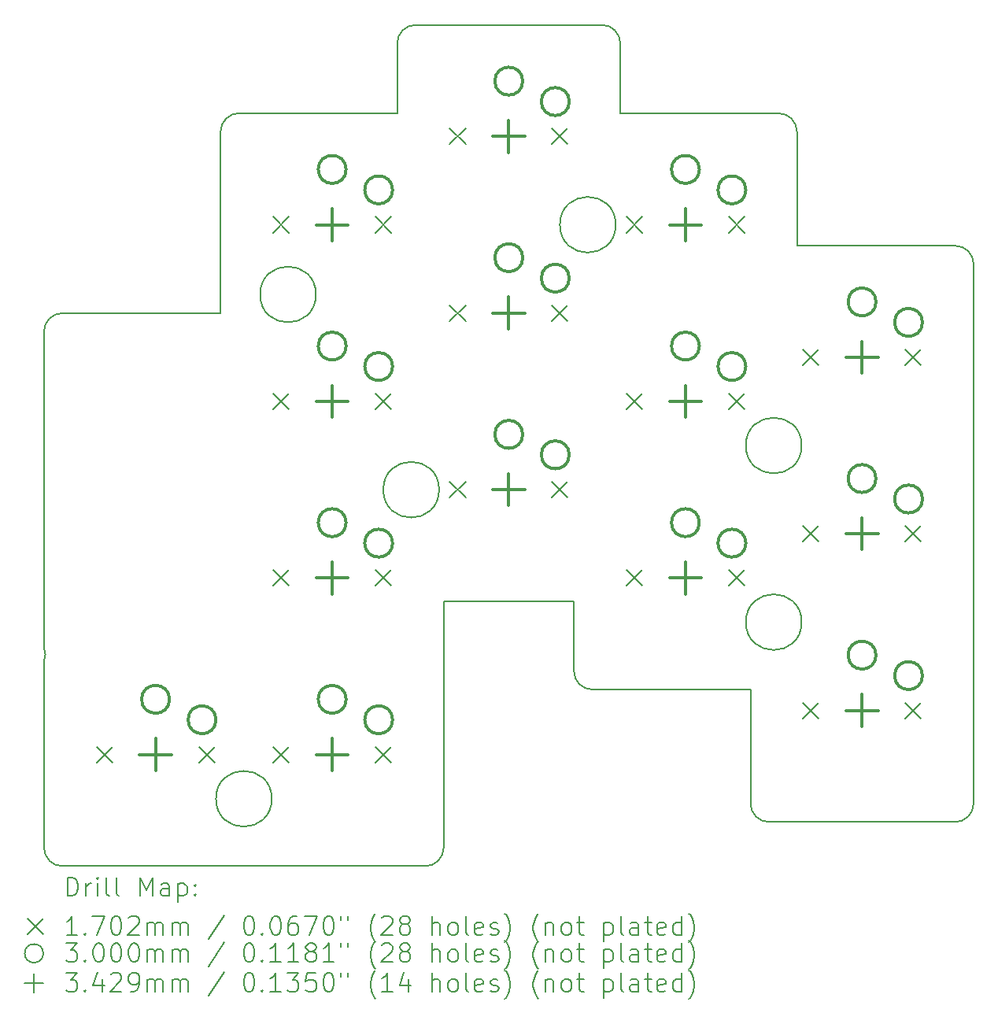
<source format=gbr>
%TF.GenerationSoftware,KiCad,Pcbnew,8.0.1*%
%TF.CreationDate,2024-11-14T23:02:23-08:00*%
%TF.ProjectId,roo_right_autorouted,726f6f5f-7269-4676-9874-5f6175746f72,0.1.0*%
%TF.SameCoordinates,Original*%
%TF.FileFunction,Drillmap*%
%TF.FilePolarity,Positive*%
%FSLAX45Y45*%
G04 Gerber Fmt 4.5, Leading zero omitted, Abs format (unit mm)*
G04 Created by KiCad (PCBNEW 8.0.1) date 2024-11-14 23:02:23*
%MOMM*%
%LPD*%
G01*
G04 APERTURE LIST*
%ADD10C,0.150000*%
%ADD11C,0.200000*%
%ADD12C,0.170180*%
%ADD13C,0.300000*%
%ADD14C,0.342900*%
G04 APERTURE END LIST*
D10*
X24058579Y-17658579D02*
X26058579Y-17658579D01*
X26258579Y-17458579D02*
G75*
G02*
X26058579Y-17658579I-200000J0D01*
G01*
X26258579Y-17458579D02*
X26258579Y-11658579D01*
X26058579Y-11458579D02*
G75*
G02*
X26258579Y-11658579I0J-200000D01*
G01*
X26058579Y-11458579D02*
X24358579Y-11458579D01*
X24358579Y-11458579D02*
X24358579Y-10233579D01*
X24158579Y-10033579D02*
G75*
G02*
X24358579Y-10233579I0J-200000D01*
G01*
X24158579Y-10033579D02*
X22458579Y-10033579D01*
X22458579Y-10033579D02*
X22458579Y-9283579D01*
X22258579Y-9083579D02*
G75*
G02*
X22458579Y-9283579I0J-200000D01*
G01*
X22258579Y-9083579D02*
X20258579Y-9083579D01*
X20058579Y-9283579D02*
G75*
G02*
X20258579Y-9083579I200000J0D01*
G01*
X20058579Y-9283579D02*
X20058579Y-10033579D01*
X20058579Y-10033579D02*
X18358579Y-10033579D01*
X18158579Y-10233579D02*
G75*
G02*
X18358579Y-10033579I200000J0D01*
G01*
X18158579Y-12183579D02*
X18158579Y-10233579D01*
X16258579Y-15933579D02*
G75*
G02*
X16273174Y-15858579I200002J0D01*
G01*
X16258579Y-15933579D02*
X16258579Y-17933579D01*
X16458579Y-18133579D02*
G75*
G02*
X16258579Y-17933579I0J200000D01*
G01*
X16458579Y-18133579D02*
X20358579Y-18133579D01*
X20558579Y-17933579D02*
G75*
G02*
X20358579Y-18133579I-200000J0D01*
G01*
X20558579Y-17933579D02*
X20558579Y-15283579D01*
X20558579Y-15283579D02*
X21958579Y-15283579D01*
X21958579Y-15283579D02*
X21958579Y-16033579D01*
X22158579Y-16233579D02*
G75*
G02*
X21958579Y-16033579I0J200000D01*
G01*
X22158579Y-16233579D02*
X23858579Y-16233579D01*
X23858579Y-16233579D02*
X23858579Y-17458579D01*
X24058579Y-17658579D02*
G75*
G02*
X23858579Y-17458579I0J200000D01*
G01*
X18158579Y-12183579D02*
X16458579Y-12183579D01*
X16258579Y-12383579D02*
G75*
G02*
X16458579Y-12183579I200000J0D01*
G01*
X16258579Y-12383579D02*
X16258579Y-15783579D01*
X16273174Y-15858579D02*
G75*
G02*
X16258579Y-15783579I185408J75001D01*
G01*
X24408579Y-15508579D02*
G75*
G02*
X23808579Y-15508579I-300000J0D01*
G01*
X23808579Y-15508579D02*
G75*
G02*
X24408579Y-15508579I300000J0D01*
G01*
X24408579Y-13608579D02*
G75*
G02*
X23808579Y-13608579I-300000J0D01*
G01*
X23808579Y-13608579D02*
G75*
G02*
X24408579Y-13608579I300000J0D01*
G01*
X20508579Y-14083579D02*
G75*
G02*
X19908579Y-14083579I-300000J0D01*
G01*
X19908579Y-14083579D02*
G75*
G02*
X20508579Y-14083579I300000J0D01*
G01*
X22408579Y-11233579D02*
G75*
G02*
X21808579Y-11233579I-300000J0D01*
G01*
X21808579Y-11233579D02*
G75*
G02*
X22408579Y-11233579I300000J0D01*
G01*
X18708579Y-17408579D02*
G75*
G02*
X18108579Y-17408579I-300000J0D01*
G01*
X18108579Y-17408579D02*
G75*
G02*
X18708579Y-17408579I300000J0D01*
G01*
X19183579Y-11983579D02*
G75*
G02*
X18583579Y-11983579I-300000J0D01*
G01*
X18583579Y-11983579D02*
G75*
G02*
X19183579Y-11983579I300000J0D01*
G01*
D11*
D12*
X16823490Y-16848490D02*
X16993670Y-17018670D01*
X16993670Y-16848490D02*
X16823490Y-17018670D01*
X17923490Y-16848490D02*
X18093670Y-17018670D01*
X18093670Y-16848490D02*
X17923490Y-17018670D01*
X18723490Y-11148490D02*
X18893670Y-11318670D01*
X18893670Y-11148490D02*
X18723490Y-11318670D01*
X18723490Y-13048490D02*
X18893670Y-13218670D01*
X18893670Y-13048490D02*
X18723490Y-13218670D01*
X18723490Y-14948490D02*
X18893670Y-15118670D01*
X18893670Y-14948490D02*
X18723490Y-15118670D01*
X18723490Y-16848490D02*
X18893670Y-17018670D01*
X18893670Y-16848490D02*
X18723490Y-17018670D01*
X19823490Y-11148490D02*
X19993670Y-11318670D01*
X19993670Y-11148490D02*
X19823490Y-11318670D01*
X19823490Y-13048490D02*
X19993670Y-13218670D01*
X19993670Y-13048490D02*
X19823490Y-13218670D01*
X19823490Y-14948490D02*
X19993670Y-15118670D01*
X19993670Y-14948490D02*
X19823490Y-15118670D01*
X19823490Y-16848490D02*
X19993670Y-17018670D01*
X19993670Y-16848490D02*
X19823490Y-17018670D01*
X20623490Y-10198490D02*
X20793670Y-10368670D01*
X20793670Y-10198490D02*
X20623490Y-10368670D01*
X20623490Y-12098490D02*
X20793670Y-12268670D01*
X20793670Y-12098490D02*
X20623490Y-12268670D01*
X20623490Y-13998490D02*
X20793670Y-14168670D01*
X20793670Y-13998490D02*
X20623490Y-14168670D01*
X21723490Y-10198490D02*
X21893670Y-10368670D01*
X21893670Y-10198490D02*
X21723490Y-10368670D01*
X21723490Y-12098490D02*
X21893670Y-12268670D01*
X21893670Y-12098490D02*
X21723490Y-12268670D01*
X21723490Y-13998490D02*
X21893670Y-14168670D01*
X21893670Y-13998490D02*
X21723490Y-14168670D01*
X22523490Y-11148490D02*
X22693670Y-11318670D01*
X22693670Y-11148490D02*
X22523490Y-11318670D01*
X22523490Y-13048490D02*
X22693670Y-13218670D01*
X22693670Y-13048490D02*
X22523490Y-13218670D01*
X22523490Y-14948490D02*
X22693670Y-15118670D01*
X22693670Y-14948490D02*
X22523490Y-15118670D01*
X23623490Y-11148490D02*
X23793670Y-11318670D01*
X23793670Y-11148490D02*
X23623490Y-11318670D01*
X23623490Y-13048490D02*
X23793670Y-13218670D01*
X23793670Y-13048490D02*
X23623490Y-13218670D01*
X23623490Y-14948490D02*
X23793670Y-15118670D01*
X23793670Y-14948490D02*
X23623490Y-15118670D01*
X24423490Y-12573490D02*
X24593670Y-12743670D01*
X24593670Y-12573490D02*
X24423490Y-12743670D01*
X24423490Y-14473490D02*
X24593670Y-14643670D01*
X24593670Y-14473490D02*
X24423490Y-14643670D01*
X24423490Y-16373490D02*
X24593670Y-16543670D01*
X24593670Y-16373490D02*
X24423490Y-16543670D01*
X25523490Y-12573490D02*
X25693670Y-12743670D01*
X25693670Y-12573490D02*
X25523490Y-12743670D01*
X25523490Y-14473490D02*
X25693670Y-14643670D01*
X25693670Y-14473490D02*
X25523490Y-14643670D01*
X25523490Y-16373490D02*
X25693670Y-16543670D01*
X25693670Y-16373490D02*
X25523490Y-16543670D01*
D13*
X17608580Y-16338580D02*
G75*
G02*
X17308580Y-16338580I-150000J0D01*
G01*
X17308580Y-16338580D02*
G75*
G02*
X17608580Y-16338580I150000J0D01*
G01*
X18108580Y-16558580D02*
G75*
G02*
X17808580Y-16558580I-150000J0D01*
G01*
X17808580Y-16558580D02*
G75*
G02*
X18108580Y-16558580I150000J0D01*
G01*
X19508580Y-10638580D02*
G75*
G02*
X19208580Y-10638580I-150000J0D01*
G01*
X19208580Y-10638580D02*
G75*
G02*
X19508580Y-10638580I150000J0D01*
G01*
X19508580Y-12538580D02*
G75*
G02*
X19208580Y-12538580I-150000J0D01*
G01*
X19208580Y-12538580D02*
G75*
G02*
X19508580Y-12538580I150000J0D01*
G01*
X19508580Y-14438580D02*
G75*
G02*
X19208580Y-14438580I-150000J0D01*
G01*
X19208580Y-14438580D02*
G75*
G02*
X19508580Y-14438580I150000J0D01*
G01*
X19508580Y-16338580D02*
G75*
G02*
X19208580Y-16338580I-150000J0D01*
G01*
X19208580Y-16338580D02*
G75*
G02*
X19508580Y-16338580I150000J0D01*
G01*
X20008580Y-10858580D02*
G75*
G02*
X19708580Y-10858580I-150000J0D01*
G01*
X19708580Y-10858580D02*
G75*
G02*
X20008580Y-10858580I150000J0D01*
G01*
X20008580Y-12758580D02*
G75*
G02*
X19708580Y-12758580I-150000J0D01*
G01*
X19708580Y-12758580D02*
G75*
G02*
X20008580Y-12758580I150000J0D01*
G01*
X20008580Y-14658580D02*
G75*
G02*
X19708580Y-14658580I-150000J0D01*
G01*
X19708580Y-14658580D02*
G75*
G02*
X20008580Y-14658580I150000J0D01*
G01*
X20008580Y-16558580D02*
G75*
G02*
X19708580Y-16558580I-150000J0D01*
G01*
X19708580Y-16558580D02*
G75*
G02*
X20008580Y-16558580I150000J0D01*
G01*
X21408580Y-9688580D02*
G75*
G02*
X21108580Y-9688580I-150000J0D01*
G01*
X21108580Y-9688580D02*
G75*
G02*
X21408580Y-9688580I150000J0D01*
G01*
X21408580Y-11588580D02*
G75*
G02*
X21108580Y-11588580I-150000J0D01*
G01*
X21108580Y-11588580D02*
G75*
G02*
X21408580Y-11588580I150000J0D01*
G01*
X21408580Y-13488580D02*
G75*
G02*
X21108580Y-13488580I-150000J0D01*
G01*
X21108580Y-13488580D02*
G75*
G02*
X21408580Y-13488580I150000J0D01*
G01*
X21908580Y-9908580D02*
G75*
G02*
X21608580Y-9908580I-150000J0D01*
G01*
X21608580Y-9908580D02*
G75*
G02*
X21908580Y-9908580I150000J0D01*
G01*
X21908580Y-11808580D02*
G75*
G02*
X21608580Y-11808580I-150000J0D01*
G01*
X21608580Y-11808580D02*
G75*
G02*
X21908580Y-11808580I150000J0D01*
G01*
X21908580Y-13708580D02*
G75*
G02*
X21608580Y-13708580I-150000J0D01*
G01*
X21608580Y-13708580D02*
G75*
G02*
X21908580Y-13708580I150000J0D01*
G01*
X23308580Y-10638580D02*
G75*
G02*
X23008580Y-10638580I-150000J0D01*
G01*
X23008580Y-10638580D02*
G75*
G02*
X23308580Y-10638580I150000J0D01*
G01*
X23308580Y-12538580D02*
G75*
G02*
X23008580Y-12538580I-150000J0D01*
G01*
X23008580Y-12538580D02*
G75*
G02*
X23308580Y-12538580I150000J0D01*
G01*
X23308580Y-14438580D02*
G75*
G02*
X23008580Y-14438580I-150000J0D01*
G01*
X23008580Y-14438580D02*
G75*
G02*
X23308580Y-14438580I150000J0D01*
G01*
X23808580Y-10858580D02*
G75*
G02*
X23508580Y-10858580I-150000J0D01*
G01*
X23508580Y-10858580D02*
G75*
G02*
X23808580Y-10858580I150000J0D01*
G01*
X23808580Y-12758580D02*
G75*
G02*
X23508580Y-12758580I-150000J0D01*
G01*
X23508580Y-12758580D02*
G75*
G02*
X23808580Y-12758580I150000J0D01*
G01*
X23808580Y-14658580D02*
G75*
G02*
X23508580Y-14658580I-150000J0D01*
G01*
X23508580Y-14658580D02*
G75*
G02*
X23808580Y-14658580I150000J0D01*
G01*
X25208580Y-12063580D02*
G75*
G02*
X24908580Y-12063580I-150000J0D01*
G01*
X24908580Y-12063580D02*
G75*
G02*
X25208580Y-12063580I150000J0D01*
G01*
X25208580Y-13963580D02*
G75*
G02*
X24908580Y-13963580I-150000J0D01*
G01*
X24908580Y-13963580D02*
G75*
G02*
X25208580Y-13963580I150000J0D01*
G01*
X25208580Y-15863580D02*
G75*
G02*
X24908580Y-15863580I-150000J0D01*
G01*
X24908580Y-15863580D02*
G75*
G02*
X25208580Y-15863580I150000J0D01*
G01*
X25708580Y-12283580D02*
G75*
G02*
X25408580Y-12283580I-150000J0D01*
G01*
X25408580Y-12283580D02*
G75*
G02*
X25708580Y-12283580I150000J0D01*
G01*
X25708580Y-14183580D02*
G75*
G02*
X25408580Y-14183580I-150000J0D01*
G01*
X25408580Y-14183580D02*
G75*
G02*
X25708580Y-14183580I150000J0D01*
G01*
X25708580Y-16083580D02*
G75*
G02*
X25408580Y-16083580I-150000J0D01*
G01*
X25408580Y-16083580D02*
G75*
G02*
X25708580Y-16083580I150000J0D01*
G01*
D14*
X17458580Y-16762130D02*
X17458580Y-17105030D01*
X17287130Y-16933580D02*
X17630030Y-16933580D01*
X19358580Y-11062130D02*
X19358580Y-11405030D01*
X19187130Y-11233580D02*
X19530030Y-11233580D01*
X19358580Y-12962130D02*
X19358580Y-13305030D01*
X19187130Y-13133580D02*
X19530030Y-13133580D01*
X19358580Y-14862130D02*
X19358580Y-15205030D01*
X19187130Y-15033580D02*
X19530030Y-15033580D01*
X19358580Y-16762130D02*
X19358580Y-17105030D01*
X19187130Y-16933580D02*
X19530030Y-16933580D01*
X21258580Y-10112130D02*
X21258580Y-10455030D01*
X21087130Y-10283580D02*
X21430030Y-10283580D01*
X21258580Y-12012130D02*
X21258580Y-12355030D01*
X21087130Y-12183580D02*
X21430030Y-12183580D01*
X21258580Y-13912130D02*
X21258580Y-14255030D01*
X21087130Y-14083580D02*
X21430030Y-14083580D01*
X23158580Y-11062130D02*
X23158580Y-11405030D01*
X22987130Y-11233580D02*
X23330030Y-11233580D01*
X23158580Y-12962130D02*
X23158580Y-13305030D01*
X22987130Y-13133580D02*
X23330030Y-13133580D01*
X23158580Y-14862130D02*
X23158580Y-15205030D01*
X22987130Y-15033580D02*
X23330030Y-15033580D01*
X25058580Y-12487130D02*
X25058580Y-12830030D01*
X24887130Y-12658580D02*
X25230030Y-12658580D01*
X25058580Y-14387130D02*
X25058580Y-14730030D01*
X24887130Y-14558580D02*
X25230030Y-14558580D01*
X25058580Y-16287130D02*
X25058580Y-16630030D01*
X24887130Y-16458580D02*
X25230030Y-16458580D01*
D11*
X16511855Y-18452562D02*
X16511855Y-18252562D01*
X16511855Y-18252562D02*
X16559474Y-18252562D01*
X16559474Y-18252562D02*
X16588046Y-18262086D01*
X16588046Y-18262086D02*
X16607093Y-18281134D01*
X16607093Y-18281134D02*
X16616617Y-18300181D01*
X16616617Y-18300181D02*
X16626141Y-18338277D01*
X16626141Y-18338277D02*
X16626141Y-18366848D01*
X16626141Y-18366848D02*
X16616617Y-18404943D01*
X16616617Y-18404943D02*
X16607093Y-18423991D01*
X16607093Y-18423991D02*
X16588046Y-18443039D01*
X16588046Y-18443039D02*
X16559474Y-18452562D01*
X16559474Y-18452562D02*
X16511855Y-18452562D01*
X16711855Y-18452562D02*
X16711855Y-18319229D01*
X16711855Y-18357324D02*
X16721379Y-18338277D01*
X16721379Y-18338277D02*
X16730903Y-18328753D01*
X16730903Y-18328753D02*
X16749951Y-18319229D01*
X16749951Y-18319229D02*
X16768998Y-18319229D01*
X16835665Y-18452562D02*
X16835665Y-18319229D01*
X16835665Y-18252562D02*
X16826141Y-18262086D01*
X16826141Y-18262086D02*
X16835665Y-18271610D01*
X16835665Y-18271610D02*
X16845189Y-18262086D01*
X16845189Y-18262086D02*
X16835665Y-18252562D01*
X16835665Y-18252562D02*
X16835665Y-18271610D01*
X16959474Y-18452562D02*
X16940427Y-18443039D01*
X16940427Y-18443039D02*
X16930903Y-18423991D01*
X16930903Y-18423991D02*
X16930903Y-18252562D01*
X17064236Y-18452562D02*
X17045189Y-18443039D01*
X17045189Y-18443039D02*
X17035665Y-18423991D01*
X17035665Y-18423991D02*
X17035665Y-18252562D01*
X17292808Y-18452562D02*
X17292808Y-18252562D01*
X17292808Y-18252562D02*
X17359475Y-18395420D01*
X17359475Y-18395420D02*
X17426141Y-18252562D01*
X17426141Y-18252562D02*
X17426141Y-18452562D01*
X17607094Y-18452562D02*
X17607094Y-18347801D01*
X17607094Y-18347801D02*
X17597570Y-18328753D01*
X17597570Y-18328753D02*
X17578522Y-18319229D01*
X17578522Y-18319229D02*
X17540427Y-18319229D01*
X17540427Y-18319229D02*
X17521379Y-18328753D01*
X17607094Y-18443039D02*
X17588046Y-18452562D01*
X17588046Y-18452562D02*
X17540427Y-18452562D01*
X17540427Y-18452562D02*
X17521379Y-18443039D01*
X17521379Y-18443039D02*
X17511855Y-18423991D01*
X17511855Y-18423991D02*
X17511855Y-18404943D01*
X17511855Y-18404943D02*
X17521379Y-18385896D01*
X17521379Y-18385896D02*
X17540427Y-18376372D01*
X17540427Y-18376372D02*
X17588046Y-18376372D01*
X17588046Y-18376372D02*
X17607094Y-18366848D01*
X17702332Y-18319229D02*
X17702332Y-18519229D01*
X17702332Y-18328753D02*
X17721379Y-18319229D01*
X17721379Y-18319229D02*
X17759475Y-18319229D01*
X17759475Y-18319229D02*
X17778522Y-18328753D01*
X17778522Y-18328753D02*
X17788046Y-18338277D01*
X17788046Y-18338277D02*
X17797570Y-18357324D01*
X17797570Y-18357324D02*
X17797570Y-18414467D01*
X17797570Y-18414467D02*
X17788046Y-18433515D01*
X17788046Y-18433515D02*
X17778522Y-18443039D01*
X17778522Y-18443039D02*
X17759475Y-18452562D01*
X17759475Y-18452562D02*
X17721379Y-18452562D01*
X17721379Y-18452562D02*
X17702332Y-18443039D01*
X17883284Y-18433515D02*
X17892808Y-18443039D01*
X17892808Y-18443039D02*
X17883284Y-18452562D01*
X17883284Y-18452562D02*
X17873760Y-18443039D01*
X17873760Y-18443039D02*
X17883284Y-18433515D01*
X17883284Y-18433515D02*
X17883284Y-18452562D01*
X17883284Y-18328753D02*
X17892808Y-18338277D01*
X17892808Y-18338277D02*
X17883284Y-18347801D01*
X17883284Y-18347801D02*
X17873760Y-18338277D01*
X17873760Y-18338277D02*
X17883284Y-18328753D01*
X17883284Y-18328753D02*
X17883284Y-18347801D01*
D12*
X16080899Y-18695989D02*
X16251079Y-18866169D01*
X16251079Y-18695989D02*
X16080899Y-18866169D01*
D11*
X16616617Y-18872562D02*
X16502332Y-18872562D01*
X16559474Y-18872562D02*
X16559474Y-18672562D01*
X16559474Y-18672562D02*
X16540427Y-18701134D01*
X16540427Y-18701134D02*
X16521379Y-18720181D01*
X16521379Y-18720181D02*
X16502332Y-18729705D01*
X16702332Y-18853515D02*
X16711855Y-18863039D01*
X16711855Y-18863039D02*
X16702332Y-18872562D01*
X16702332Y-18872562D02*
X16692808Y-18863039D01*
X16692808Y-18863039D02*
X16702332Y-18853515D01*
X16702332Y-18853515D02*
X16702332Y-18872562D01*
X16778522Y-18672562D02*
X16911855Y-18672562D01*
X16911855Y-18672562D02*
X16826141Y-18872562D01*
X17026141Y-18672562D02*
X17045189Y-18672562D01*
X17045189Y-18672562D02*
X17064236Y-18682086D01*
X17064236Y-18682086D02*
X17073760Y-18691610D01*
X17073760Y-18691610D02*
X17083284Y-18710658D01*
X17083284Y-18710658D02*
X17092808Y-18748753D01*
X17092808Y-18748753D02*
X17092808Y-18796372D01*
X17092808Y-18796372D02*
X17083284Y-18834467D01*
X17083284Y-18834467D02*
X17073760Y-18853515D01*
X17073760Y-18853515D02*
X17064236Y-18863039D01*
X17064236Y-18863039D02*
X17045189Y-18872562D01*
X17045189Y-18872562D02*
X17026141Y-18872562D01*
X17026141Y-18872562D02*
X17007094Y-18863039D01*
X17007094Y-18863039D02*
X16997570Y-18853515D01*
X16997570Y-18853515D02*
X16988046Y-18834467D01*
X16988046Y-18834467D02*
X16978522Y-18796372D01*
X16978522Y-18796372D02*
X16978522Y-18748753D01*
X16978522Y-18748753D02*
X16988046Y-18710658D01*
X16988046Y-18710658D02*
X16997570Y-18691610D01*
X16997570Y-18691610D02*
X17007094Y-18682086D01*
X17007094Y-18682086D02*
X17026141Y-18672562D01*
X17168998Y-18691610D02*
X17178522Y-18682086D01*
X17178522Y-18682086D02*
X17197570Y-18672562D01*
X17197570Y-18672562D02*
X17245189Y-18672562D01*
X17245189Y-18672562D02*
X17264236Y-18682086D01*
X17264236Y-18682086D02*
X17273760Y-18691610D01*
X17273760Y-18691610D02*
X17283284Y-18710658D01*
X17283284Y-18710658D02*
X17283284Y-18729705D01*
X17283284Y-18729705D02*
X17273760Y-18758277D01*
X17273760Y-18758277D02*
X17159475Y-18872562D01*
X17159475Y-18872562D02*
X17283284Y-18872562D01*
X17368998Y-18872562D02*
X17368998Y-18739229D01*
X17368998Y-18758277D02*
X17378522Y-18748753D01*
X17378522Y-18748753D02*
X17397570Y-18739229D01*
X17397570Y-18739229D02*
X17426141Y-18739229D01*
X17426141Y-18739229D02*
X17445189Y-18748753D01*
X17445189Y-18748753D02*
X17454713Y-18767801D01*
X17454713Y-18767801D02*
X17454713Y-18872562D01*
X17454713Y-18767801D02*
X17464236Y-18748753D01*
X17464236Y-18748753D02*
X17483284Y-18739229D01*
X17483284Y-18739229D02*
X17511855Y-18739229D01*
X17511855Y-18739229D02*
X17530903Y-18748753D01*
X17530903Y-18748753D02*
X17540427Y-18767801D01*
X17540427Y-18767801D02*
X17540427Y-18872562D01*
X17635665Y-18872562D02*
X17635665Y-18739229D01*
X17635665Y-18758277D02*
X17645189Y-18748753D01*
X17645189Y-18748753D02*
X17664236Y-18739229D01*
X17664236Y-18739229D02*
X17692808Y-18739229D01*
X17692808Y-18739229D02*
X17711856Y-18748753D01*
X17711856Y-18748753D02*
X17721379Y-18767801D01*
X17721379Y-18767801D02*
X17721379Y-18872562D01*
X17721379Y-18767801D02*
X17730903Y-18748753D01*
X17730903Y-18748753D02*
X17749951Y-18739229D01*
X17749951Y-18739229D02*
X17778522Y-18739229D01*
X17778522Y-18739229D02*
X17797570Y-18748753D01*
X17797570Y-18748753D02*
X17807094Y-18767801D01*
X17807094Y-18767801D02*
X17807094Y-18872562D01*
X18197570Y-18663039D02*
X18026141Y-18920181D01*
X18454713Y-18672562D02*
X18473760Y-18672562D01*
X18473760Y-18672562D02*
X18492808Y-18682086D01*
X18492808Y-18682086D02*
X18502332Y-18691610D01*
X18502332Y-18691610D02*
X18511856Y-18710658D01*
X18511856Y-18710658D02*
X18521379Y-18748753D01*
X18521379Y-18748753D02*
X18521379Y-18796372D01*
X18521379Y-18796372D02*
X18511856Y-18834467D01*
X18511856Y-18834467D02*
X18502332Y-18853515D01*
X18502332Y-18853515D02*
X18492808Y-18863039D01*
X18492808Y-18863039D02*
X18473760Y-18872562D01*
X18473760Y-18872562D02*
X18454713Y-18872562D01*
X18454713Y-18872562D02*
X18435665Y-18863039D01*
X18435665Y-18863039D02*
X18426141Y-18853515D01*
X18426141Y-18853515D02*
X18416618Y-18834467D01*
X18416618Y-18834467D02*
X18407094Y-18796372D01*
X18407094Y-18796372D02*
X18407094Y-18748753D01*
X18407094Y-18748753D02*
X18416618Y-18710658D01*
X18416618Y-18710658D02*
X18426141Y-18691610D01*
X18426141Y-18691610D02*
X18435665Y-18682086D01*
X18435665Y-18682086D02*
X18454713Y-18672562D01*
X18607094Y-18853515D02*
X18616618Y-18863039D01*
X18616618Y-18863039D02*
X18607094Y-18872562D01*
X18607094Y-18872562D02*
X18597570Y-18863039D01*
X18597570Y-18863039D02*
X18607094Y-18853515D01*
X18607094Y-18853515D02*
X18607094Y-18872562D01*
X18740427Y-18672562D02*
X18759475Y-18672562D01*
X18759475Y-18672562D02*
X18778522Y-18682086D01*
X18778522Y-18682086D02*
X18788046Y-18691610D01*
X18788046Y-18691610D02*
X18797570Y-18710658D01*
X18797570Y-18710658D02*
X18807094Y-18748753D01*
X18807094Y-18748753D02*
X18807094Y-18796372D01*
X18807094Y-18796372D02*
X18797570Y-18834467D01*
X18797570Y-18834467D02*
X18788046Y-18853515D01*
X18788046Y-18853515D02*
X18778522Y-18863039D01*
X18778522Y-18863039D02*
X18759475Y-18872562D01*
X18759475Y-18872562D02*
X18740427Y-18872562D01*
X18740427Y-18872562D02*
X18721379Y-18863039D01*
X18721379Y-18863039D02*
X18711856Y-18853515D01*
X18711856Y-18853515D02*
X18702332Y-18834467D01*
X18702332Y-18834467D02*
X18692808Y-18796372D01*
X18692808Y-18796372D02*
X18692808Y-18748753D01*
X18692808Y-18748753D02*
X18702332Y-18710658D01*
X18702332Y-18710658D02*
X18711856Y-18691610D01*
X18711856Y-18691610D02*
X18721379Y-18682086D01*
X18721379Y-18682086D02*
X18740427Y-18672562D01*
X18978522Y-18672562D02*
X18940427Y-18672562D01*
X18940427Y-18672562D02*
X18921379Y-18682086D01*
X18921379Y-18682086D02*
X18911856Y-18691610D01*
X18911856Y-18691610D02*
X18892808Y-18720181D01*
X18892808Y-18720181D02*
X18883284Y-18758277D01*
X18883284Y-18758277D02*
X18883284Y-18834467D01*
X18883284Y-18834467D02*
X18892808Y-18853515D01*
X18892808Y-18853515D02*
X18902332Y-18863039D01*
X18902332Y-18863039D02*
X18921379Y-18872562D01*
X18921379Y-18872562D02*
X18959475Y-18872562D01*
X18959475Y-18872562D02*
X18978522Y-18863039D01*
X18978522Y-18863039D02*
X18988046Y-18853515D01*
X18988046Y-18853515D02*
X18997570Y-18834467D01*
X18997570Y-18834467D02*
X18997570Y-18786848D01*
X18997570Y-18786848D02*
X18988046Y-18767801D01*
X18988046Y-18767801D02*
X18978522Y-18758277D01*
X18978522Y-18758277D02*
X18959475Y-18748753D01*
X18959475Y-18748753D02*
X18921379Y-18748753D01*
X18921379Y-18748753D02*
X18902332Y-18758277D01*
X18902332Y-18758277D02*
X18892808Y-18767801D01*
X18892808Y-18767801D02*
X18883284Y-18786848D01*
X19064237Y-18672562D02*
X19197570Y-18672562D01*
X19197570Y-18672562D02*
X19111856Y-18872562D01*
X19311856Y-18672562D02*
X19330903Y-18672562D01*
X19330903Y-18672562D02*
X19349951Y-18682086D01*
X19349951Y-18682086D02*
X19359475Y-18691610D01*
X19359475Y-18691610D02*
X19368999Y-18710658D01*
X19368999Y-18710658D02*
X19378522Y-18748753D01*
X19378522Y-18748753D02*
X19378522Y-18796372D01*
X19378522Y-18796372D02*
X19368999Y-18834467D01*
X19368999Y-18834467D02*
X19359475Y-18853515D01*
X19359475Y-18853515D02*
X19349951Y-18863039D01*
X19349951Y-18863039D02*
X19330903Y-18872562D01*
X19330903Y-18872562D02*
X19311856Y-18872562D01*
X19311856Y-18872562D02*
X19292808Y-18863039D01*
X19292808Y-18863039D02*
X19283284Y-18853515D01*
X19283284Y-18853515D02*
X19273760Y-18834467D01*
X19273760Y-18834467D02*
X19264237Y-18796372D01*
X19264237Y-18796372D02*
X19264237Y-18748753D01*
X19264237Y-18748753D02*
X19273760Y-18710658D01*
X19273760Y-18710658D02*
X19283284Y-18691610D01*
X19283284Y-18691610D02*
X19292808Y-18682086D01*
X19292808Y-18682086D02*
X19311856Y-18672562D01*
X19454713Y-18672562D02*
X19454713Y-18710658D01*
X19530903Y-18672562D02*
X19530903Y-18710658D01*
X19826142Y-18948753D02*
X19816618Y-18939229D01*
X19816618Y-18939229D02*
X19797570Y-18910658D01*
X19797570Y-18910658D02*
X19788046Y-18891610D01*
X19788046Y-18891610D02*
X19778522Y-18863039D01*
X19778522Y-18863039D02*
X19768999Y-18815420D01*
X19768999Y-18815420D02*
X19768999Y-18777324D01*
X19768999Y-18777324D02*
X19778522Y-18729705D01*
X19778522Y-18729705D02*
X19788046Y-18701134D01*
X19788046Y-18701134D02*
X19797570Y-18682086D01*
X19797570Y-18682086D02*
X19816618Y-18653515D01*
X19816618Y-18653515D02*
X19826142Y-18643991D01*
X19892808Y-18691610D02*
X19902332Y-18682086D01*
X19902332Y-18682086D02*
X19921380Y-18672562D01*
X19921380Y-18672562D02*
X19968999Y-18672562D01*
X19968999Y-18672562D02*
X19988046Y-18682086D01*
X19988046Y-18682086D02*
X19997570Y-18691610D01*
X19997570Y-18691610D02*
X20007094Y-18710658D01*
X20007094Y-18710658D02*
X20007094Y-18729705D01*
X20007094Y-18729705D02*
X19997570Y-18758277D01*
X19997570Y-18758277D02*
X19883284Y-18872562D01*
X19883284Y-18872562D02*
X20007094Y-18872562D01*
X20121380Y-18758277D02*
X20102332Y-18748753D01*
X20102332Y-18748753D02*
X20092808Y-18739229D01*
X20092808Y-18739229D02*
X20083284Y-18720181D01*
X20083284Y-18720181D02*
X20083284Y-18710658D01*
X20083284Y-18710658D02*
X20092808Y-18691610D01*
X20092808Y-18691610D02*
X20102332Y-18682086D01*
X20102332Y-18682086D02*
X20121380Y-18672562D01*
X20121380Y-18672562D02*
X20159475Y-18672562D01*
X20159475Y-18672562D02*
X20178522Y-18682086D01*
X20178522Y-18682086D02*
X20188046Y-18691610D01*
X20188046Y-18691610D02*
X20197570Y-18710658D01*
X20197570Y-18710658D02*
X20197570Y-18720181D01*
X20197570Y-18720181D02*
X20188046Y-18739229D01*
X20188046Y-18739229D02*
X20178522Y-18748753D01*
X20178522Y-18748753D02*
X20159475Y-18758277D01*
X20159475Y-18758277D02*
X20121380Y-18758277D01*
X20121380Y-18758277D02*
X20102332Y-18767801D01*
X20102332Y-18767801D02*
X20092808Y-18777324D01*
X20092808Y-18777324D02*
X20083284Y-18796372D01*
X20083284Y-18796372D02*
X20083284Y-18834467D01*
X20083284Y-18834467D02*
X20092808Y-18853515D01*
X20092808Y-18853515D02*
X20102332Y-18863039D01*
X20102332Y-18863039D02*
X20121380Y-18872562D01*
X20121380Y-18872562D02*
X20159475Y-18872562D01*
X20159475Y-18872562D02*
X20178522Y-18863039D01*
X20178522Y-18863039D02*
X20188046Y-18853515D01*
X20188046Y-18853515D02*
X20197570Y-18834467D01*
X20197570Y-18834467D02*
X20197570Y-18796372D01*
X20197570Y-18796372D02*
X20188046Y-18777324D01*
X20188046Y-18777324D02*
X20178522Y-18767801D01*
X20178522Y-18767801D02*
X20159475Y-18758277D01*
X20435665Y-18872562D02*
X20435665Y-18672562D01*
X20521380Y-18872562D02*
X20521380Y-18767801D01*
X20521380Y-18767801D02*
X20511856Y-18748753D01*
X20511856Y-18748753D02*
X20492808Y-18739229D01*
X20492808Y-18739229D02*
X20464237Y-18739229D01*
X20464237Y-18739229D02*
X20445189Y-18748753D01*
X20445189Y-18748753D02*
X20435665Y-18758277D01*
X20645189Y-18872562D02*
X20626142Y-18863039D01*
X20626142Y-18863039D02*
X20616618Y-18853515D01*
X20616618Y-18853515D02*
X20607094Y-18834467D01*
X20607094Y-18834467D02*
X20607094Y-18777324D01*
X20607094Y-18777324D02*
X20616618Y-18758277D01*
X20616618Y-18758277D02*
X20626142Y-18748753D01*
X20626142Y-18748753D02*
X20645189Y-18739229D01*
X20645189Y-18739229D02*
X20673761Y-18739229D01*
X20673761Y-18739229D02*
X20692808Y-18748753D01*
X20692808Y-18748753D02*
X20702332Y-18758277D01*
X20702332Y-18758277D02*
X20711856Y-18777324D01*
X20711856Y-18777324D02*
X20711856Y-18834467D01*
X20711856Y-18834467D02*
X20702332Y-18853515D01*
X20702332Y-18853515D02*
X20692808Y-18863039D01*
X20692808Y-18863039D02*
X20673761Y-18872562D01*
X20673761Y-18872562D02*
X20645189Y-18872562D01*
X20826142Y-18872562D02*
X20807094Y-18863039D01*
X20807094Y-18863039D02*
X20797570Y-18843991D01*
X20797570Y-18843991D02*
X20797570Y-18672562D01*
X20978523Y-18863039D02*
X20959475Y-18872562D01*
X20959475Y-18872562D02*
X20921380Y-18872562D01*
X20921380Y-18872562D02*
X20902332Y-18863039D01*
X20902332Y-18863039D02*
X20892808Y-18843991D01*
X20892808Y-18843991D02*
X20892808Y-18767801D01*
X20892808Y-18767801D02*
X20902332Y-18748753D01*
X20902332Y-18748753D02*
X20921380Y-18739229D01*
X20921380Y-18739229D02*
X20959475Y-18739229D01*
X20959475Y-18739229D02*
X20978523Y-18748753D01*
X20978523Y-18748753D02*
X20988046Y-18767801D01*
X20988046Y-18767801D02*
X20988046Y-18786848D01*
X20988046Y-18786848D02*
X20892808Y-18805896D01*
X21064237Y-18863039D02*
X21083284Y-18872562D01*
X21083284Y-18872562D02*
X21121380Y-18872562D01*
X21121380Y-18872562D02*
X21140427Y-18863039D01*
X21140427Y-18863039D02*
X21149951Y-18843991D01*
X21149951Y-18843991D02*
X21149951Y-18834467D01*
X21149951Y-18834467D02*
X21140427Y-18815420D01*
X21140427Y-18815420D02*
X21121380Y-18805896D01*
X21121380Y-18805896D02*
X21092808Y-18805896D01*
X21092808Y-18805896D02*
X21073761Y-18796372D01*
X21073761Y-18796372D02*
X21064237Y-18777324D01*
X21064237Y-18777324D02*
X21064237Y-18767801D01*
X21064237Y-18767801D02*
X21073761Y-18748753D01*
X21073761Y-18748753D02*
X21092808Y-18739229D01*
X21092808Y-18739229D02*
X21121380Y-18739229D01*
X21121380Y-18739229D02*
X21140427Y-18748753D01*
X21216618Y-18948753D02*
X21226142Y-18939229D01*
X21226142Y-18939229D02*
X21245189Y-18910658D01*
X21245189Y-18910658D02*
X21254713Y-18891610D01*
X21254713Y-18891610D02*
X21264237Y-18863039D01*
X21264237Y-18863039D02*
X21273761Y-18815420D01*
X21273761Y-18815420D02*
X21273761Y-18777324D01*
X21273761Y-18777324D02*
X21264237Y-18729705D01*
X21264237Y-18729705D02*
X21254713Y-18701134D01*
X21254713Y-18701134D02*
X21245189Y-18682086D01*
X21245189Y-18682086D02*
X21226142Y-18653515D01*
X21226142Y-18653515D02*
X21216618Y-18643991D01*
X21578523Y-18948753D02*
X21568999Y-18939229D01*
X21568999Y-18939229D02*
X21549951Y-18910658D01*
X21549951Y-18910658D02*
X21540427Y-18891610D01*
X21540427Y-18891610D02*
X21530904Y-18863039D01*
X21530904Y-18863039D02*
X21521380Y-18815420D01*
X21521380Y-18815420D02*
X21521380Y-18777324D01*
X21521380Y-18777324D02*
X21530904Y-18729705D01*
X21530904Y-18729705D02*
X21540427Y-18701134D01*
X21540427Y-18701134D02*
X21549951Y-18682086D01*
X21549951Y-18682086D02*
X21568999Y-18653515D01*
X21568999Y-18653515D02*
X21578523Y-18643991D01*
X21654713Y-18739229D02*
X21654713Y-18872562D01*
X21654713Y-18758277D02*
X21664237Y-18748753D01*
X21664237Y-18748753D02*
X21683284Y-18739229D01*
X21683284Y-18739229D02*
X21711856Y-18739229D01*
X21711856Y-18739229D02*
X21730904Y-18748753D01*
X21730904Y-18748753D02*
X21740427Y-18767801D01*
X21740427Y-18767801D02*
X21740427Y-18872562D01*
X21864237Y-18872562D02*
X21845189Y-18863039D01*
X21845189Y-18863039D02*
X21835665Y-18853515D01*
X21835665Y-18853515D02*
X21826142Y-18834467D01*
X21826142Y-18834467D02*
X21826142Y-18777324D01*
X21826142Y-18777324D02*
X21835665Y-18758277D01*
X21835665Y-18758277D02*
X21845189Y-18748753D01*
X21845189Y-18748753D02*
X21864237Y-18739229D01*
X21864237Y-18739229D02*
X21892808Y-18739229D01*
X21892808Y-18739229D02*
X21911856Y-18748753D01*
X21911856Y-18748753D02*
X21921380Y-18758277D01*
X21921380Y-18758277D02*
X21930904Y-18777324D01*
X21930904Y-18777324D02*
X21930904Y-18834467D01*
X21930904Y-18834467D02*
X21921380Y-18853515D01*
X21921380Y-18853515D02*
X21911856Y-18863039D01*
X21911856Y-18863039D02*
X21892808Y-18872562D01*
X21892808Y-18872562D02*
X21864237Y-18872562D01*
X21988046Y-18739229D02*
X22064237Y-18739229D01*
X22016618Y-18672562D02*
X22016618Y-18843991D01*
X22016618Y-18843991D02*
X22026142Y-18863039D01*
X22026142Y-18863039D02*
X22045189Y-18872562D01*
X22045189Y-18872562D02*
X22064237Y-18872562D01*
X22283285Y-18739229D02*
X22283285Y-18939229D01*
X22283285Y-18748753D02*
X22302332Y-18739229D01*
X22302332Y-18739229D02*
X22340427Y-18739229D01*
X22340427Y-18739229D02*
X22359475Y-18748753D01*
X22359475Y-18748753D02*
X22368999Y-18758277D01*
X22368999Y-18758277D02*
X22378523Y-18777324D01*
X22378523Y-18777324D02*
X22378523Y-18834467D01*
X22378523Y-18834467D02*
X22368999Y-18853515D01*
X22368999Y-18853515D02*
X22359475Y-18863039D01*
X22359475Y-18863039D02*
X22340427Y-18872562D01*
X22340427Y-18872562D02*
X22302332Y-18872562D01*
X22302332Y-18872562D02*
X22283285Y-18863039D01*
X22492808Y-18872562D02*
X22473761Y-18863039D01*
X22473761Y-18863039D02*
X22464237Y-18843991D01*
X22464237Y-18843991D02*
X22464237Y-18672562D01*
X22654713Y-18872562D02*
X22654713Y-18767801D01*
X22654713Y-18767801D02*
X22645189Y-18748753D01*
X22645189Y-18748753D02*
X22626142Y-18739229D01*
X22626142Y-18739229D02*
X22588046Y-18739229D01*
X22588046Y-18739229D02*
X22568999Y-18748753D01*
X22654713Y-18863039D02*
X22635665Y-18872562D01*
X22635665Y-18872562D02*
X22588046Y-18872562D01*
X22588046Y-18872562D02*
X22568999Y-18863039D01*
X22568999Y-18863039D02*
X22559475Y-18843991D01*
X22559475Y-18843991D02*
X22559475Y-18824943D01*
X22559475Y-18824943D02*
X22568999Y-18805896D01*
X22568999Y-18805896D02*
X22588046Y-18796372D01*
X22588046Y-18796372D02*
X22635665Y-18796372D01*
X22635665Y-18796372D02*
X22654713Y-18786848D01*
X22721380Y-18739229D02*
X22797570Y-18739229D01*
X22749951Y-18672562D02*
X22749951Y-18843991D01*
X22749951Y-18843991D02*
X22759475Y-18863039D01*
X22759475Y-18863039D02*
X22778523Y-18872562D01*
X22778523Y-18872562D02*
X22797570Y-18872562D01*
X22940427Y-18863039D02*
X22921380Y-18872562D01*
X22921380Y-18872562D02*
X22883284Y-18872562D01*
X22883284Y-18872562D02*
X22864237Y-18863039D01*
X22864237Y-18863039D02*
X22854713Y-18843991D01*
X22854713Y-18843991D02*
X22854713Y-18767801D01*
X22854713Y-18767801D02*
X22864237Y-18748753D01*
X22864237Y-18748753D02*
X22883284Y-18739229D01*
X22883284Y-18739229D02*
X22921380Y-18739229D01*
X22921380Y-18739229D02*
X22940427Y-18748753D01*
X22940427Y-18748753D02*
X22949951Y-18767801D01*
X22949951Y-18767801D02*
X22949951Y-18786848D01*
X22949951Y-18786848D02*
X22854713Y-18805896D01*
X23121380Y-18872562D02*
X23121380Y-18672562D01*
X23121380Y-18863039D02*
X23102332Y-18872562D01*
X23102332Y-18872562D02*
X23064237Y-18872562D01*
X23064237Y-18872562D02*
X23045189Y-18863039D01*
X23045189Y-18863039D02*
X23035665Y-18853515D01*
X23035665Y-18853515D02*
X23026142Y-18834467D01*
X23026142Y-18834467D02*
X23026142Y-18777324D01*
X23026142Y-18777324D02*
X23035665Y-18758277D01*
X23035665Y-18758277D02*
X23045189Y-18748753D01*
X23045189Y-18748753D02*
X23064237Y-18739229D01*
X23064237Y-18739229D02*
X23102332Y-18739229D01*
X23102332Y-18739229D02*
X23121380Y-18748753D01*
X23197570Y-18948753D02*
X23207094Y-18939229D01*
X23207094Y-18939229D02*
X23226142Y-18910658D01*
X23226142Y-18910658D02*
X23235665Y-18891610D01*
X23235665Y-18891610D02*
X23245189Y-18863039D01*
X23245189Y-18863039D02*
X23254713Y-18815420D01*
X23254713Y-18815420D02*
X23254713Y-18777324D01*
X23254713Y-18777324D02*
X23245189Y-18729705D01*
X23245189Y-18729705D02*
X23235665Y-18701134D01*
X23235665Y-18701134D02*
X23226142Y-18682086D01*
X23226142Y-18682086D02*
X23207094Y-18653515D01*
X23207094Y-18653515D02*
X23197570Y-18643991D01*
X16251079Y-19071259D02*
G75*
G02*
X16051079Y-19071259I-100000J0D01*
G01*
X16051079Y-19071259D02*
G75*
G02*
X16251079Y-19071259I100000J0D01*
G01*
X16492808Y-18962742D02*
X16616617Y-18962742D01*
X16616617Y-18962742D02*
X16549951Y-19038933D01*
X16549951Y-19038933D02*
X16578522Y-19038933D01*
X16578522Y-19038933D02*
X16597570Y-19048457D01*
X16597570Y-19048457D02*
X16607093Y-19057981D01*
X16607093Y-19057981D02*
X16616617Y-19077028D01*
X16616617Y-19077028D02*
X16616617Y-19124647D01*
X16616617Y-19124647D02*
X16607093Y-19143695D01*
X16607093Y-19143695D02*
X16597570Y-19153219D01*
X16597570Y-19153219D02*
X16578522Y-19162742D01*
X16578522Y-19162742D02*
X16521379Y-19162742D01*
X16521379Y-19162742D02*
X16502332Y-19153219D01*
X16502332Y-19153219D02*
X16492808Y-19143695D01*
X16702332Y-19143695D02*
X16711855Y-19153219D01*
X16711855Y-19153219D02*
X16702332Y-19162742D01*
X16702332Y-19162742D02*
X16692808Y-19153219D01*
X16692808Y-19153219D02*
X16702332Y-19143695D01*
X16702332Y-19143695D02*
X16702332Y-19162742D01*
X16835665Y-18962742D02*
X16854713Y-18962742D01*
X16854713Y-18962742D02*
X16873760Y-18972266D01*
X16873760Y-18972266D02*
X16883284Y-18981790D01*
X16883284Y-18981790D02*
X16892808Y-19000838D01*
X16892808Y-19000838D02*
X16902332Y-19038933D01*
X16902332Y-19038933D02*
X16902332Y-19086552D01*
X16902332Y-19086552D02*
X16892808Y-19124647D01*
X16892808Y-19124647D02*
X16883284Y-19143695D01*
X16883284Y-19143695D02*
X16873760Y-19153219D01*
X16873760Y-19153219D02*
X16854713Y-19162742D01*
X16854713Y-19162742D02*
X16835665Y-19162742D01*
X16835665Y-19162742D02*
X16816617Y-19153219D01*
X16816617Y-19153219D02*
X16807094Y-19143695D01*
X16807094Y-19143695D02*
X16797570Y-19124647D01*
X16797570Y-19124647D02*
X16788046Y-19086552D01*
X16788046Y-19086552D02*
X16788046Y-19038933D01*
X16788046Y-19038933D02*
X16797570Y-19000838D01*
X16797570Y-19000838D02*
X16807094Y-18981790D01*
X16807094Y-18981790D02*
X16816617Y-18972266D01*
X16816617Y-18972266D02*
X16835665Y-18962742D01*
X17026141Y-18962742D02*
X17045189Y-18962742D01*
X17045189Y-18962742D02*
X17064236Y-18972266D01*
X17064236Y-18972266D02*
X17073760Y-18981790D01*
X17073760Y-18981790D02*
X17083284Y-19000838D01*
X17083284Y-19000838D02*
X17092808Y-19038933D01*
X17092808Y-19038933D02*
X17092808Y-19086552D01*
X17092808Y-19086552D02*
X17083284Y-19124647D01*
X17083284Y-19124647D02*
X17073760Y-19143695D01*
X17073760Y-19143695D02*
X17064236Y-19153219D01*
X17064236Y-19153219D02*
X17045189Y-19162742D01*
X17045189Y-19162742D02*
X17026141Y-19162742D01*
X17026141Y-19162742D02*
X17007094Y-19153219D01*
X17007094Y-19153219D02*
X16997570Y-19143695D01*
X16997570Y-19143695D02*
X16988046Y-19124647D01*
X16988046Y-19124647D02*
X16978522Y-19086552D01*
X16978522Y-19086552D02*
X16978522Y-19038933D01*
X16978522Y-19038933D02*
X16988046Y-19000838D01*
X16988046Y-19000838D02*
X16997570Y-18981790D01*
X16997570Y-18981790D02*
X17007094Y-18972266D01*
X17007094Y-18972266D02*
X17026141Y-18962742D01*
X17216617Y-18962742D02*
X17235665Y-18962742D01*
X17235665Y-18962742D02*
X17254713Y-18972266D01*
X17254713Y-18972266D02*
X17264236Y-18981790D01*
X17264236Y-18981790D02*
X17273760Y-19000838D01*
X17273760Y-19000838D02*
X17283284Y-19038933D01*
X17283284Y-19038933D02*
X17283284Y-19086552D01*
X17283284Y-19086552D02*
X17273760Y-19124647D01*
X17273760Y-19124647D02*
X17264236Y-19143695D01*
X17264236Y-19143695D02*
X17254713Y-19153219D01*
X17254713Y-19153219D02*
X17235665Y-19162742D01*
X17235665Y-19162742D02*
X17216617Y-19162742D01*
X17216617Y-19162742D02*
X17197570Y-19153219D01*
X17197570Y-19153219D02*
X17188046Y-19143695D01*
X17188046Y-19143695D02*
X17178522Y-19124647D01*
X17178522Y-19124647D02*
X17168998Y-19086552D01*
X17168998Y-19086552D02*
X17168998Y-19038933D01*
X17168998Y-19038933D02*
X17178522Y-19000838D01*
X17178522Y-19000838D02*
X17188046Y-18981790D01*
X17188046Y-18981790D02*
X17197570Y-18972266D01*
X17197570Y-18972266D02*
X17216617Y-18962742D01*
X17368998Y-19162742D02*
X17368998Y-19029409D01*
X17368998Y-19048457D02*
X17378522Y-19038933D01*
X17378522Y-19038933D02*
X17397570Y-19029409D01*
X17397570Y-19029409D02*
X17426141Y-19029409D01*
X17426141Y-19029409D02*
X17445189Y-19038933D01*
X17445189Y-19038933D02*
X17454713Y-19057981D01*
X17454713Y-19057981D02*
X17454713Y-19162742D01*
X17454713Y-19057981D02*
X17464236Y-19038933D01*
X17464236Y-19038933D02*
X17483284Y-19029409D01*
X17483284Y-19029409D02*
X17511855Y-19029409D01*
X17511855Y-19029409D02*
X17530903Y-19038933D01*
X17530903Y-19038933D02*
X17540427Y-19057981D01*
X17540427Y-19057981D02*
X17540427Y-19162742D01*
X17635665Y-19162742D02*
X17635665Y-19029409D01*
X17635665Y-19048457D02*
X17645189Y-19038933D01*
X17645189Y-19038933D02*
X17664236Y-19029409D01*
X17664236Y-19029409D02*
X17692808Y-19029409D01*
X17692808Y-19029409D02*
X17711856Y-19038933D01*
X17711856Y-19038933D02*
X17721379Y-19057981D01*
X17721379Y-19057981D02*
X17721379Y-19162742D01*
X17721379Y-19057981D02*
X17730903Y-19038933D01*
X17730903Y-19038933D02*
X17749951Y-19029409D01*
X17749951Y-19029409D02*
X17778522Y-19029409D01*
X17778522Y-19029409D02*
X17797570Y-19038933D01*
X17797570Y-19038933D02*
X17807094Y-19057981D01*
X17807094Y-19057981D02*
X17807094Y-19162742D01*
X18197570Y-18953219D02*
X18026141Y-19210361D01*
X18454713Y-18962742D02*
X18473760Y-18962742D01*
X18473760Y-18962742D02*
X18492808Y-18972266D01*
X18492808Y-18972266D02*
X18502332Y-18981790D01*
X18502332Y-18981790D02*
X18511856Y-19000838D01*
X18511856Y-19000838D02*
X18521379Y-19038933D01*
X18521379Y-19038933D02*
X18521379Y-19086552D01*
X18521379Y-19086552D02*
X18511856Y-19124647D01*
X18511856Y-19124647D02*
X18502332Y-19143695D01*
X18502332Y-19143695D02*
X18492808Y-19153219D01*
X18492808Y-19153219D02*
X18473760Y-19162742D01*
X18473760Y-19162742D02*
X18454713Y-19162742D01*
X18454713Y-19162742D02*
X18435665Y-19153219D01*
X18435665Y-19153219D02*
X18426141Y-19143695D01*
X18426141Y-19143695D02*
X18416618Y-19124647D01*
X18416618Y-19124647D02*
X18407094Y-19086552D01*
X18407094Y-19086552D02*
X18407094Y-19038933D01*
X18407094Y-19038933D02*
X18416618Y-19000838D01*
X18416618Y-19000838D02*
X18426141Y-18981790D01*
X18426141Y-18981790D02*
X18435665Y-18972266D01*
X18435665Y-18972266D02*
X18454713Y-18962742D01*
X18607094Y-19143695D02*
X18616618Y-19153219D01*
X18616618Y-19153219D02*
X18607094Y-19162742D01*
X18607094Y-19162742D02*
X18597570Y-19153219D01*
X18597570Y-19153219D02*
X18607094Y-19143695D01*
X18607094Y-19143695D02*
X18607094Y-19162742D01*
X18807094Y-19162742D02*
X18692808Y-19162742D01*
X18749951Y-19162742D02*
X18749951Y-18962742D01*
X18749951Y-18962742D02*
X18730903Y-18991314D01*
X18730903Y-18991314D02*
X18711856Y-19010361D01*
X18711856Y-19010361D02*
X18692808Y-19019885D01*
X18997570Y-19162742D02*
X18883284Y-19162742D01*
X18940427Y-19162742D02*
X18940427Y-18962742D01*
X18940427Y-18962742D02*
X18921379Y-18991314D01*
X18921379Y-18991314D02*
X18902332Y-19010361D01*
X18902332Y-19010361D02*
X18883284Y-19019885D01*
X19111856Y-19048457D02*
X19092808Y-19038933D01*
X19092808Y-19038933D02*
X19083284Y-19029409D01*
X19083284Y-19029409D02*
X19073760Y-19010361D01*
X19073760Y-19010361D02*
X19073760Y-19000838D01*
X19073760Y-19000838D02*
X19083284Y-18981790D01*
X19083284Y-18981790D02*
X19092808Y-18972266D01*
X19092808Y-18972266D02*
X19111856Y-18962742D01*
X19111856Y-18962742D02*
X19149951Y-18962742D01*
X19149951Y-18962742D02*
X19168999Y-18972266D01*
X19168999Y-18972266D02*
X19178522Y-18981790D01*
X19178522Y-18981790D02*
X19188046Y-19000838D01*
X19188046Y-19000838D02*
X19188046Y-19010361D01*
X19188046Y-19010361D02*
X19178522Y-19029409D01*
X19178522Y-19029409D02*
X19168999Y-19038933D01*
X19168999Y-19038933D02*
X19149951Y-19048457D01*
X19149951Y-19048457D02*
X19111856Y-19048457D01*
X19111856Y-19048457D02*
X19092808Y-19057981D01*
X19092808Y-19057981D02*
X19083284Y-19067504D01*
X19083284Y-19067504D02*
X19073760Y-19086552D01*
X19073760Y-19086552D02*
X19073760Y-19124647D01*
X19073760Y-19124647D02*
X19083284Y-19143695D01*
X19083284Y-19143695D02*
X19092808Y-19153219D01*
X19092808Y-19153219D02*
X19111856Y-19162742D01*
X19111856Y-19162742D02*
X19149951Y-19162742D01*
X19149951Y-19162742D02*
X19168999Y-19153219D01*
X19168999Y-19153219D02*
X19178522Y-19143695D01*
X19178522Y-19143695D02*
X19188046Y-19124647D01*
X19188046Y-19124647D02*
X19188046Y-19086552D01*
X19188046Y-19086552D02*
X19178522Y-19067504D01*
X19178522Y-19067504D02*
X19168999Y-19057981D01*
X19168999Y-19057981D02*
X19149951Y-19048457D01*
X19378522Y-19162742D02*
X19264237Y-19162742D01*
X19321379Y-19162742D02*
X19321379Y-18962742D01*
X19321379Y-18962742D02*
X19302332Y-18991314D01*
X19302332Y-18991314D02*
X19283284Y-19010361D01*
X19283284Y-19010361D02*
X19264237Y-19019885D01*
X19454713Y-18962742D02*
X19454713Y-19000838D01*
X19530903Y-18962742D02*
X19530903Y-19000838D01*
X19826142Y-19238933D02*
X19816618Y-19229409D01*
X19816618Y-19229409D02*
X19797570Y-19200838D01*
X19797570Y-19200838D02*
X19788046Y-19181790D01*
X19788046Y-19181790D02*
X19778522Y-19153219D01*
X19778522Y-19153219D02*
X19768999Y-19105600D01*
X19768999Y-19105600D02*
X19768999Y-19067504D01*
X19768999Y-19067504D02*
X19778522Y-19019885D01*
X19778522Y-19019885D02*
X19788046Y-18991314D01*
X19788046Y-18991314D02*
X19797570Y-18972266D01*
X19797570Y-18972266D02*
X19816618Y-18943695D01*
X19816618Y-18943695D02*
X19826142Y-18934171D01*
X19892808Y-18981790D02*
X19902332Y-18972266D01*
X19902332Y-18972266D02*
X19921380Y-18962742D01*
X19921380Y-18962742D02*
X19968999Y-18962742D01*
X19968999Y-18962742D02*
X19988046Y-18972266D01*
X19988046Y-18972266D02*
X19997570Y-18981790D01*
X19997570Y-18981790D02*
X20007094Y-19000838D01*
X20007094Y-19000838D02*
X20007094Y-19019885D01*
X20007094Y-19019885D02*
X19997570Y-19048457D01*
X19997570Y-19048457D02*
X19883284Y-19162742D01*
X19883284Y-19162742D02*
X20007094Y-19162742D01*
X20121380Y-19048457D02*
X20102332Y-19038933D01*
X20102332Y-19038933D02*
X20092808Y-19029409D01*
X20092808Y-19029409D02*
X20083284Y-19010361D01*
X20083284Y-19010361D02*
X20083284Y-19000838D01*
X20083284Y-19000838D02*
X20092808Y-18981790D01*
X20092808Y-18981790D02*
X20102332Y-18972266D01*
X20102332Y-18972266D02*
X20121380Y-18962742D01*
X20121380Y-18962742D02*
X20159475Y-18962742D01*
X20159475Y-18962742D02*
X20178522Y-18972266D01*
X20178522Y-18972266D02*
X20188046Y-18981790D01*
X20188046Y-18981790D02*
X20197570Y-19000838D01*
X20197570Y-19000838D02*
X20197570Y-19010361D01*
X20197570Y-19010361D02*
X20188046Y-19029409D01*
X20188046Y-19029409D02*
X20178522Y-19038933D01*
X20178522Y-19038933D02*
X20159475Y-19048457D01*
X20159475Y-19048457D02*
X20121380Y-19048457D01*
X20121380Y-19048457D02*
X20102332Y-19057981D01*
X20102332Y-19057981D02*
X20092808Y-19067504D01*
X20092808Y-19067504D02*
X20083284Y-19086552D01*
X20083284Y-19086552D02*
X20083284Y-19124647D01*
X20083284Y-19124647D02*
X20092808Y-19143695D01*
X20092808Y-19143695D02*
X20102332Y-19153219D01*
X20102332Y-19153219D02*
X20121380Y-19162742D01*
X20121380Y-19162742D02*
X20159475Y-19162742D01*
X20159475Y-19162742D02*
X20178522Y-19153219D01*
X20178522Y-19153219D02*
X20188046Y-19143695D01*
X20188046Y-19143695D02*
X20197570Y-19124647D01*
X20197570Y-19124647D02*
X20197570Y-19086552D01*
X20197570Y-19086552D02*
X20188046Y-19067504D01*
X20188046Y-19067504D02*
X20178522Y-19057981D01*
X20178522Y-19057981D02*
X20159475Y-19048457D01*
X20435665Y-19162742D02*
X20435665Y-18962742D01*
X20521380Y-19162742D02*
X20521380Y-19057981D01*
X20521380Y-19057981D02*
X20511856Y-19038933D01*
X20511856Y-19038933D02*
X20492808Y-19029409D01*
X20492808Y-19029409D02*
X20464237Y-19029409D01*
X20464237Y-19029409D02*
X20445189Y-19038933D01*
X20445189Y-19038933D02*
X20435665Y-19048457D01*
X20645189Y-19162742D02*
X20626142Y-19153219D01*
X20626142Y-19153219D02*
X20616618Y-19143695D01*
X20616618Y-19143695D02*
X20607094Y-19124647D01*
X20607094Y-19124647D02*
X20607094Y-19067504D01*
X20607094Y-19067504D02*
X20616618Y-19048457D01*
X20616618Y-19048457D02*
X20626142Y-19038933D01*
X20626142Y-19038933D02*
X20645189Y-19029409D01*
X20645189Y-19029409D02*
X20673761Y-19029409D01*
X20673761Y-19029409D02*
X20692808Y-19038933D01*
X20692808Y-19038933D02*
X20702332Y-19048457D01*
X20702332Y-19048457D02*
X20711856Y-19067504D01*
X20711856Y-19067504D02*
X20711856Y-19124647D01*
X20711856Y-19124647D02*
X20702332Y-19143695D01*
X20702332Y-19143695D02*
X20692808Y-19153219D01*
X20692808Y-19153219D02*
X20673761Y-19162742D01*
X20673761Y-19162742D02*
X20645189Y-19162742D01*
X20826142Y-19162742D02*
X20807094Y-19153219D01*
X20807094Y-19153219D02*
X20797570Y-19134171D01*
X20797570Y-19134171D02*
X20797570Y-18962742D01*
X20978523Y-19153219D02*
X20959475Y-19162742D01*
X20959475Y-19162742D02*
X20921380Y-19162742D01*
X20921380Y-19162742D02*
X20902332Y-19153219D01*
X20902332Y-19153219D02*
X20892808Y-19134171D01*
X20892808Y-19134171D02*
X20892808Y-19057981D01*
X20892808Y-19057981D02*
X20902332Y-19038933D01*
X20902332Y-19038933D02*
X20921380Y-19029409D01*
X20921380Y-19029409D02*
X20959475Y-19029409D01*
X20959475Y-19029409D02*
X20978523Y-19038933D01*
X20978523Y-19038933D02*
X20988046Y-19057981D01*
X20988046Y-19057981D02*
X20988046Y-19077028D01*
X20988046Y-19077028D02*
X20892808Y-19096076D01*
X21064237Y-19153219D02*
X21083284Y-19162742D01*
X21083284Y-19162742D02*
X21121380Y-19162742D01*
X21121380Y-19162742D02*
X21140427Y-19153219D01*
X21140427Y-19153219D02*
X21149951Y-19134171D01*
X21149951Y-19134171D02*
X21149951Y-19124647D01*
X21149951Y-19124647D02*
X21140427Y-19105600D01*
X21140427Y-19105600D02*
X21121380Y-19096076D01*
X21121380Y-19096076D02*
X21092808Y-19096076D01*
X21092808Y-19096076D02*
X21073761Y-19086552D01*
X21073761Y-19086552D02*
X21064237Y-19067504D01*
X21064237Y-19067504D02*
X21064237Y-19057981D01*
X21064237Y-19057981D02*
X21073761Y-19038933D01*
X21073761Y-19038933D02*
X21092808Y-19029409D01*
X21092808Y-19029409D02*
X21121380Y-19029409D01*
X21121380Y-19029409D02*
X21140427Y-19038933D01*
X21216618Y-19238933D02*
X21226142Y-19229409D01*
X21226142Y-19229409D02*
X21245189Y-19200838D01*
X21245189Y-19200838D02*
X21254713Y-19181790D01*
X21254713Y-19181790D02*
X21264237Y-19153219D01*
X21264237Y-19153219D02*
X21273761Y-19105600D01*
X21273761Y-19105600D02*
X21273761Y-19067504D01*
X21273761Y-19067504D02*
X21264237Y-19019885D01*
X21264237Y-19019885D02*
X21254713Y-18991314D01*
X21254713Y-18991314D02*
X21245189Y-18972266D01*
X21245189Y-18972266D02*
X21226142Y-18943695D01*
X21226142Y-18943695D02*
X21216618Y-18934171D01*
X21578523Y-19238933D02*
X21568999Y-19229409D01*
X21568999Y-19229409D02*
X21549951Y-19200838D01*
X21549951Y-19200838D02*
X21540427Y-19181790D01*
X21540427Y-19181790D02*
X21530904Y-19153219D01*
X21530904Y-19153219D02*
X21521380Y-19105600D01*
X21521380Y-19105600D02*
X21521380Y-19067504D01*
X21521380Y-19067504D02*
X21530904Y-19019885D01*
X21530904Y-19019885D02*
X21540427Y-18991314D01*
X21540427Y-18991314D02*
X21549951Y-18972266D01*
X21549951Y-18972266D02*
X21568999Y-18943695D01*
X21568999Y-18943695D02*
X21578523Y-18934171D01*
X21654713Y-19029409D02*
X21654713Y-19162742D01*
X21654713Y-19048457D02*
X21664237Y-19038933D01*
X21664237Y-19038933D02*
X21683284Y-19029409D01*
X21683284Y-19029409D02*
X21711856Y-19029409D01*
X21711856Y-19029409D02*
X21730904Y-19038933D01*
X21730904Y-19038933D02*
X21740427Y-19057981D01*
X21740427Y-19057981D02*
X21740427Y-19162742D01*
X21864237Y-19162742D02*
X21845189Y-19153219D01*
X21845189Y-19153219D02*
X21835665Y-19143695D01*
X21835665Y-19143695D02*
X21826142Y-19124647D01*
X21826142Y-19124647D02*
X21826142Y-19067504D01*
X21826142Y-19067504D02*
X21835665Y-19048457D01*
X21835665Y-19048457D02*
X21845189Y-19038933D01*
X21845189Y-19038933D02*
X21864237Y-19029409D01*
X21864237Y-19029409D02*
X21892808Y-19029409D01*
X21892808Y-19029409D02*
X21911856Y-19038933D01*
X21911856Y-19038933D02*
X21921380Y-19048457D01*
X21921380Y-19048457D02*
X21930904Y-19067504D01*
X21930904Y-19067504D02*
X21930904Y-19124647D01*
X21930904Y-19124647D02*
X21921380Y-19143695D01*
X21921380Y-19143695D02*
X21911856Y-19153219D01*
X21911856Y-19153219D02*
X21892808Y-19162742D01*
X21892808Y-19162742D02*
X21864237Y-19162742D01*
X21988046Y-19029409D02*
X22064237Y-19029409D01*
X22016618Y-18962742D02*
X22016618Y-19134171D01*
X22016618Y-19134171D02*
X22026142Y-19153219D01*
X22026142Y-19153219D02*
X22045189Y-19162742D01*
X22045189Y-19162742D02*
X22064237Y-19162742D01*
X22283285Y-19029409D02*
X22283285Y-19229409D01*
X22283285Y-19038933D02*
X22302332Y-19029409D01*
X22302332Y-19029409D02*
X22340427Y-19029409D01*
X22340427Y-19029409D02*
X22359475Y-19038933D01*
X22359475Y-19038933D02*
X22368999Y-19048457D01*
X22368999Y-19048457D02*
X22378523Y-19067504D01*
X22378523Y-19067504D02*
X22378523Y-19124647D01*
X22378523Y-19124647D02*
X22368999Y-19143695D01*
X22368999Y-19143695D02*
X22359475Y-19153219D01*
X22359475Y-19153219D02*
X22340427Y-19162742D01*
X22340427Y-19162742D02*
X22302332Y-19162742D01*
X22302332Y-19162742D02*
X22283285Y-19153219D01*
X22492808Y-19162742D02*
X22473761Y-19153219D01*
X22473761Y-19153219D02*
X22464237Y-19134171D01*
X22464237Y-19134171D02*
X22464237Y-18962742D01*
X22654713Y-19162742D02*
X22654713Y-19057981D01*
X22654713Y-19057981D02*
X22645189Y-19038933D01*
X22645189Y-19038933D02*
X22626142Y-19029409D01*
X22626142Y-19029409D02*
X22588046Y-19029409D01*
X22588046Y-19029409D02*
X22568999Y-19038933D01*
X22654713Y-19153219D02*
X22635665Y-19162742D01*
X22635665Y-19162742D02*
X22588046Y-19162742D01*
X22588046Y-19162742D02*
X22568999Y-19153219D01*
X22568999Y-19153219D02*
X22559475Y-19134171D01*
X22559475Y-19134171D02*
X22559475Y-19115123D01*
X22559475Y-19115123D02*
X22568999Y-19096076D01*
X22568999Y-19096076D02*
X22588046Y-19086552D01*
X22588046Y-19086552D02*
X22635665Y-19086552D01*
X22635665Y-19086552D02*
X22654713Y-19077028D01*
X22721380Y-19029409D02*
X22797570Y-19029409D01*
X22749951Y-18962742D02*
X22749951Y-19134171D01*
X22749951Y-19134171D02*
X22759475Y-19153219D01*
X22759475Y-19153219D02*
X22778523Y-19162742D01*
X22778523Y-19162742D02*
X22797570Y-19162742D01*
X22940427Y-19153219D02*
X22921380Y-19162742D01*
X22921380Y-19162742D02*
X22883284Y-19162742D01*
X22883284Y-19162742D02*
X22864237Y-19153219D01*
X22864237Y-19153219D02*
X22854713Y-19134171D01*
X22854713Y-19134171D02*
X22854713Y-19057981D01*
X22854713Y-19057981D02*
X22864237Y-19038933D01*
X22864237Y-19038933D02*
X22883284Y-19029409D01*
X22883284Y-19029409D02*
X22921380Y-19029409D01*
X22921380Y-19029409D02*
X22940427Y-19038933D01*
X22940427Y-19038933D02*
X22949951Y-19057981D01*
X22949951Y-19057981D02*
X22949951Y-19077028D01*
X22949951Y-19077028D02*
X22854713Y-19096076D01*
X23121380Y-19162742D02*
X23121380Y-18962742D01*
X23121380Y-19153219D02*
X23102332Y-19162742D01*
X23102332Y-19162742D02*
X23064237Y-19162742D01*
X23064237Y-19162742D02*
X23045189Y-19153219D01*
X23045189Y-19153219D02*
X23035665Y-19143695D01*
X23035665Y-19143695D02*
X23026142Y-19124647D01*
X23026142Y-19124647D02*
X23026142Y-19067504D01*
X23026142Y-19067504D02*
X23035665Y-19048457D01*
X23035665Y-19048457D02*
X23045189Y-19038933D01*
X23045189Y-19038933D02*
X23064237Y-19029409D01*
X23064237Y-19029409D02*
X23102332Y-19029409D01*
X23102332Y-19029409D02*
X23121380Y-19038933D01*
X23197570Y-19238933D02*
X23207094Y-19229409D01*
X23207094Y-19229409D02*
X23226142Y-19200838D01*
X23226142Y-19200838D02*
X23235665Y-19181790D01*
X23235665Y-19181790D02*
X23245189Y-19153219D01*
X23245189Y-19153219D02*
X23254713Y-19105600D01*
X23254713Y-19105600D02*
X23254713Y-19067504D01*
X23254713Y-19067504D02*
X23245189Y-19019885D01*
X23245189Y-19019885D02*
X23235665Y-18991314D01*
X23235665Y-18991314D02*
X23226142Y-18972266D01*
X23226142Y-18972266D02*
X23207094Y-18943695D01*
X23207094Y-18943695D02*
X23197570Y-18934171D01*
X16151079Y-19291259D02*
X16151079Y-19491259D01*
X16051079Y-19391259D02*
X16251079Y-19391259D01*
X16492808Y-19282742D02*
X16616617Y-19282742D01*
X16616617Y-19282742D02*
X16549951Y-19358933D01*
X16549951Y-19358933D02*
X16578522Y-19358933D01*
X16578522Y-19358933D02*
X16597570Y-19368457D01*
X16597570Y-19368457D02*
X16607093Y-19377981D01*
X16607093Y-19377981D02*
X16616617Y-19397028D01*
X16616617Y-19397028D02*
X16616617Y-19444647D01*
X16616617Y-19444647D02*
X16607093Y-19463695D01*
X16607093Y-19463695D02*
X16597570Y-19473219D01*
X16597570Y-19473219D02*
X16578522Y-19482742D01*
X16578522Y-19482742D02*
X16521379Y-19482742D01*
X16521379Y-19482742D02*
X16502332Y-19473219D01*
X16502332Y-19473219D02*
X16492808Y-19463695D01*
X16702332Y-19463695D02*
X16711855Y-19473219D01*
X16711855Y-19473219D02*
X16702332Y-19482742D01*
X16702332Y-19482742D02*
X16692808Y-19473219D01*
X16692808Y-19473219D02*
X16702332Y-19463695D01*
X16702332Y-19463695D02*
X16702332Y-19482742D01*
X16883284Y-19349409D02*
X16883284Y-19482742D01*
X16835665Y-19273219D02*
X16788046Y-19416076D01*
X16788046Y-19416076D02*
X16911855Y-19416076D01*
X16978522Y-19301790D02*
X16988046Y-19292266D01*
X16988046Y-19292266D02*
X17007094Y-19282742D01*
X17007094Y-19282742D02*
X17054713Y-19282742D01*
X17054713Y-19282742D02*
X17073760Y-19292266D01*
X17073760Y-19292266D02*
X17083284Y-19301790D01*
X17083284Y-19301790D02*
X17092808Y-19320838D01*
X17092808Y-19320838D02*
X17092808Y-19339885D01*
X17092808Y-19339885D02*
X17083284Y-19368457D01*
X17083284Y-19368457D02*
X16968998Y-19482742D01*
X16968998Y-19482742D02*
X17092808Y-19482742D01*
X17188046Y-19482742D02*
X17226141Y-19482742D01*
X17226141Y-19482742D02*
X17245189Y-19473219D01*
X17245189Y-19473219D02*
X17254713Y-19463695D01*
X17254713Y-19463695D02*
X17273760Y-19435123D01*
X17273760Y-19435123D02*
X17283284Y-19397028D01*
X17283284Y-19397028D02*
X17283284Y-19320838D01*
X17283284Y-19320838D02*
X17273760Y-19301790D01*
X17273760Y-19301790D02*
X17264236Y-19292266D01*
X17264236Y-19292266D02*
X17245189Y-19282742D01*
X17245189Y-19282742D02*
X17207094Y-19282742D01*
X17207094Y-19282742D02*
X17188046Y-19292266D01*
X17188046Y-19292266D02*
X17178522Y-19301790D01*
X17178522Y-19301790D02*
X17168998Y-19320838D01*
X17168998Y-19320838D02*
X17168998Y-19368457D01*
X17168998Y-19368457D02*
X17178522Y-19387504D01*
X17178522Y-19387504D02*
X17188046Y-19397028D01*
X17188046Y-19397028D02*
X17207094Y-19406552D01*
X17207094Y-19406552D02*
X17245189Y-19406552D01*
X17245189Y-19406552D02*
X17264236Y-19397028D01*
X17264236Y-19397028D02*
X17273760Y-19387504D01*
X17273760Y-19387504D02*
X17283284Y-19368457D01*
X17368998Y-19482742D02*
X17368998Y-19349409D01*
X17368998Y-19368457D02*
X17378522Y-19358933D01*
X17378522Y-19358933D02*
X17397570Y-19349409D01*
X17397570Y-19349409D02*
X17426141Y-19349409D01*
X17426141Y-19349409D02*
X17445189Y-19358933D01*
X17445189Y-19358933D02*
X17454713Y-19377981D01*
X17454713Y-19377981D02*
X17454713Y-19482742D01*
X17454713Y-19377981D02*
X17464236Y-19358933D01*
X17464236Y-19358933D02*
X17483284Y-19349409D01*
X17483284Y-19349409D02*
X17511855Y-19349409D01*
X17511855Y-19349409D02*
X17530903Y-19358933D01*
X17530903Y-19358933D02*
X17540427Y-19377981D01*
X17540427Y-19377981D02*
X17540427Y-19482742D01*
X17635665Y-19482742D02*
X17635665Y-19349409D01*
X17635665Y-19368457D02*
X17645189Y-19358933D01*
X17645189Y-19358933D02*
X17664236Y-19349409D01*
X17664236Y-19349409D02*
X17692808Y-19349409D01*
X17692808Y-19349409D02*
X17711856Y-19358933D01*
X17711856Y-19358933D02*
X17721379Y-19377981D01*
X17721379Y-19377981D02*
X17721379Y-19482742D01*
X17721379Y-19377981D02*
X17730903Y-19358933D01*
X17730903Y-19358933D02*
X17749951Y-19349409D01*
X17749951Y-19349409D02*
X17778522Y-19349409D01*
X17778522Y-19349409D02*
X17797570Y-19358933D01*
X17797570Y-19358933D02*
X17807094Y-19377981D01*
X17807094Y-19377981D02*
X17807094Y-19482742D01*
X18197570Y-19273219D02*
X18026141Y-19530361D01*
X18454713Y-19282742D02*
X18473760Y-19282742D01*
X18473760Y-19282742D02*
X18492808Y-19292266D01*
X18492808Y-19292266D02*
X18502332Y-19301790D01*
X18502332Y-19301790D02*
X18511856Y-19320838D01*
X18511856Y-19320838D02*
X18521379Y-19358933D01*
X18521379Y-19358933D02*
X18521379Y-19406552D01*
X18521379Y-19406552D02*
X18511856Y-19444647D01*
X18511856Y-19444647D02*
X18502332Y-19463695D01*
X18502332Y-19463695D02*
X18492808Y-19473219D01*
X18492808Y-19473219D02*
X18473760Y-19482742D01*
X18473760Y-19482742D02*
X18454713Y-19482742D01*
X18454713Y-19482742D02*
X18435665Y-19473219D01*
X18435665Y-19473219D02*
X18426141Y-19463695D01*
X18426141Y-19463695D02*
X18416618Y-19444647D01*
X18416618Y-19444647D02*
X18407094Y-19406552D01*
X18407094Y-19406552D02*
X18407094Y-19358933D01*
X18407094Y-19358933D02*
X18416618Y-19320838D01*
X18416618Y-19320838D02*
X18426141Y-19301790D01*
X18426141Y-19301790D02*
X18435665Y-19292266D01*
X18435665Y-19292266D02*
X18454713Y-19282742D01*
X18607094Y-19463695D02*
X18616618Y-19473219D01*
X18616618Y-19473219D02*
X18607094Y-19482742D01*
X18607094Y-19482742D02*
X18597570Y-19473219D01*
X18597570Y-19473219D02*
X18607094Y-19463695D01*
X18607094Y-19463695D02*
X18607094Y-19482742D01*
X18807094Y-19482742D02*
X18692808Y-19482742D01*
X18749951Y-19482742D02*
X18749951Y-19282742D01*
X18749951Y-19282742D02*
X18730903Y-19311314D01*
X18730903Y-19311314D02*
X18711856Y-19330361D01*
X18711856Y-19330361D02*
X18692808Y-19339885D01*
X18873760Y-19282742D02*
X18997570Y-19282742D01*
X18997570Y-19282742D02*
X18930903Y-19358933D01*
X18930903Y-19358933D02*
X18959475Y-19358933D01*
X18959475Y-19358933D02*
X18978522Y-19368457D01*
X18978522Y-19368457D02*
X18988046Y-19377981D01*
X18988046Y-19377981D02*
X18997570Y-19397028D01*
X18997570Y-19397028D02*
X18997570Y-19444647D01*
X18997570Y-19444647D02*
X18988046Y-19463695D01*
X18988046Y-19463695D02*
X18978522Y-19473219D01*
X18978522Y-19473219D02*
X18959475Y-19482742D01*
X18959475Y-19482742D02*
X18902332Y-19482742D01*
X18902332Y-19482742D02*
X18883284Y-19473219D01*
X18883284Y-19473219D02*
X18873760Y-19463695D01*
X19178522Y-19282742D02*
X19083284Y-19282742D01*
X19083284Y-19282742D02*
X19073760Y-19377981D01*
X19073760Y-19377981D02*
X19083284Y-19368457D01*
X19083284Y-19368457D02*
X19102332Y-19358933D01*
X19102332Y-19358933D02*
X19149951Y-19358933D01*
X19149951Y-19358933D02*
X19168999Y-19368457D01*
X19168999Y-19368457D02*
X19178522Y-19377981D01*
X19178522Y-19377981D02*
X19188046Y-19397028D01*
X19188046Y-19397028D02*
X19188046Y-19444647D01*
X19188046Y-19444647D02*
X19178522Y-19463695D01*
X19178522Y-19463695D02*
X19168999Y-19473219D01*
X19168999Y-19473219D02*
X19149951Y-19482742D01*
X19149951Y-19482742D02*
X19102332Y-19482742D01*
X19102332Y-19482742D02*
X19083284Y-19473219D01*
X19083284Y-19473219D02*
X19073760Y-19463695D01*
X19311856Y-19282742D02*
X19330903Y-19282742D01*
X19330903Y-19282742D02*
X19349951Y-19292266D01*
X19349951Y-19292266D02*
X19359475Y-19301790D01*
X19359475Y-19301790D02*
X19368999Y-19320838D01*
X19368999Y-19320838D02*
X19378522Y-19358933D01*
X19378522Y-19358933D02*
X19378522Y-19406552D01*
X19378522Y-19406552D02*
X19368999Y-19444647D01*
X19368999Y-19444647D02*
X19359475Y-19463695D01*
X19359475Y-19463695D02*
X19349951Y-19473219D01*
X19349951Y-19473219D02*
X19330903Y-19482742D01*
X19330903Y-19482742D02*
X19311856Y-19482742D01*
X19311856Y-19482742D02*
X19292808Y-19473219D01*
X19292808Y-19473219D02*
X19283284Y-19463695D01*
X19283284Y-19463695D02*
X19273760Y-19444647D01*
X19273760Y-19444647D02*
X19264237Y-19406552D01*
X19264237Y-19406552D02*
X19264237Y-19358933D01*
X19264237Y-19358933D02*
X19273760Y-19320838D01*
X19273760Y-19320838D02*
X19283284Y-19301790D01*
X19283284Y-19301790D02*
X19292808Y-19292266D01*
X19292808Y-19292266D02*
X19311856Y-19282742D01*
X19454713Y-19282742D02*
X19454713Y-19320838D01*
X19530903Y-19282742D02*
X19530903Y-19320838D01*
X19826142Y-19558933D02*
X19816618Y-19549409D01*
X19816618Y-19549409D02*
X19797570Y-19520838D01*
X19797570Y-19520838D02*
X19788046Y-19501790D01*
X19788046Y-19501790D02*
X19778522Y-19473219D01*
X19778522Y-19473219D02*
X19768999Y-19425600D01*
X19768999Y-19425600D02*
X19768999Y-19387504D01*
X19768999Y-19387504D02*
X19778522Y-19339885D01*
X19778522Y-19339885D02*
X19788046Y-19311314D01*
X19788046Y-19311314D02*
X19797570Y-19292266D01*
X19797570Y-19292266D02*
X19816618Y-19263695D01*
X19816618Y-19263695D02*
X19826142Y-19254171D01*
X20007094Y-19482742D02*
X19892808Y-19482742D01*
X19949951Y-19482742D02*
X19949951Y-19282742D01*
X19949951Y-19282742D02*
X19930903Y-19311314D01*
X19930903Y-19311314D02*
X19911856Y-19330361D01*
X19911856Y-19330361D02*
X19892808Y-19339885D01*
X20178522Y-19349409D02*
X20178522Y-19482742D01*
X20130903Y-19273219D02*
X20083284Y-19416076D01*
X20083284Y-19416076D02*
X20207094Y-19416076D01*
X20435665Y-19482742D02*
X20435665Y-19282742D01*
X20521380Y-19482742D02*
X20521380Y-19377981D01*
X20521380Y-19377981D02*
X20511856Y-19358933D01*
X20511856Y-19358933D02*
X20492808Y-19349409D01*
X20492808Y-19349409D02*
X20464237Y-19349409D01*
X20464237Y-19349409D02*
X20445189Y-19358933D01*
X20445189Y-19358933D02*
X20435665Y-19368457D01*
X20645189Y-19482742D02*
X20626142Y-19473219D01*
X20626142Y-19473219D02*
X20616618Y-19463695D01*
X20616618Y-19463695D02*
X20607094Y-19444647D01*
X20607094Y-19444647D02*
X20607094Y-19387504D01*
X20607094Y-19387504D02*
X20616618Y-19368457D01*
X20616618Y-19368457D02*
X20626142Y-19358933D01*
X20626142Y-19358933D02*
X20645189Y-19349409D01*
X20645189Y-19349409D02*
X20673761Y-19349409D01*
X20673761Y-19349409D02*
X20692808Y-19358933D01*
X20692808Y-19358933D02*
X20702332Y-19368457D01*
X20702332Y-19368457D02*
X20711856Y-19387504D01*
X20711856Y-19387504D02*
X20711856Y-19444647D01*
X20711856Y-19444647D02*
X20702332Y-19463695D01*
X20702332Y-19463695D02*
X20692808Y-19473219D01*
X20692808Y-19473219D02*
X20673761Y-19482742D01*
X20673761Y-19482742D02*
X20645189Y-19482742D01*
X20826142Y-19482742D02*
X20807094Y-19473219D01*
X20807094Y-19473219D02*
X20797570Y-19454171D01*
X20797570Y-19454171D02*
X20797570Y-19282742D01*
X20978523Y-19473219D02*
X20959475Y-19482742D01*
X20959475Y-19482742D02*
X20921380Y-19482742D01*
X20921380Y-19482742D02*
X20902332Y-19473219D01*
X20902332Y-19473219D02*
X20892808Y-19454171D01*
X20892808Y-19454171D02*
X20892808Y-19377981D01*
X20892808Y-19377981D02*
X20902332Y-19358933D01*
X20902332Y-19358933D02*
X20921380Y-19349409D01*
X20921380Y-19349409D02*
X20959475Y-19349409D01*
X20959475Y-19349409D02*
X20978523Y-19358933D01*
X20978523Y-19358933D02*
X20988046Y-19377981D01*
X20988046Y-19377981D02*
X20988046Y-19397028D01*
X20988046Y-19397028D02*
X20892808Y-19416076D01*
X21064237Y-19473219D02*
X21083284Y-19482742D01*
X21083284Y-19482742D02*
X21121380Y-19482742D01*
X21121380Y-19482742D02*
X21140427Y-19473219D01*
X21140427Y-19473219D02*
X21149951Y-19454171D01*
X21149951Y-19454171D02*
X21149951Y-19444647D01*
X21149951Y-19444647D02*
X21140427Y-19425600D01*
X21140427Y-19425600D02*
X21121380Y-19416076D01*
X21121380Y-19416076D02*
X21092808Y-19416076D01*
X21092808Y-19416076D02*
X21073761Y-19406552D01*
X21073761Y-19406552D02*
X21064237Y-19387504D01*
X21064237Y-19387504D02*
X21064237Y-19377981D01*
X21064237Y-19377981D02*
X21073761Y-19358933D01*
X21073761Y-19358933D02*
X21092808Y-19349409D01*
X21092808Y-19349409D02*
X21121380Y-19349409D01*
X21121380Y-19349409D02*
X21140427Y-19358933D01*
X21216618Y-19558933D02*
X21226142Y-19549409D01*
X21226142Y-19549409D02*
X21245189Y-19520838D01*
X21245189Y-19520838D02*
X21254713Y-19501790D01*
X21254713Y-19501790D02*
X21264237Y-19473219D01*
X21264237Y-19473219D02*
X21273761Y-19425600D01*
X21273761Y-19425600D02*
X21273761Y-19387504D01*
X21273761Y-19387504D02*
X21264237Y-19339885D01*
X21264237Y-19339885D02*
X21254713Y-19311314D01*
X21254713Y-19311314D02*
X21245189Y-19292266D01*
X21245189Y-19292266D02*
X21226142Y-19263695D01*
X21226142Y-19263695D02*
X21216618Y-19254171D01*
X21578523Y-19558933D02*
X21568999Y-19549409D01*
X21568999Y-19549409D02*
X21549951Y-19520838D01*
X21549951Y-19520838D02*
X21540427Y-19501790D01*
X21540427Y-19501790D02*
X21530904Y-19473219D01*
X21530904Y-19473219D02*
X21521380Y-19425600D01*
X21521380Y-19425600D02*
X21521380Y-19387504D01*
X21521380Y-19387504D02*
X21530904Y-19339885D01*
X21530904Y-19339885D02*
X21540427Y-19311314D01*
X21540427Y-19311314D02*
X21549951Y-19292266D01*
X21549951Y-19292266D02*
X21568999Y-19263695D01*
X21568999Y-19263695D02*
X21578523Y-19254171D01*
X21654713Y-19349409D02*
X21654713Y-19482742D01*
X21654713Y-19368457D02*
X21664237Y-19358933D01*
X21664237Y-19358933D02*
X21683284Y-19349409D01*
X21683284Y-19349409D02*
X21711856Y-19349409D01*
X21711856Y-19349409D02*
X21730904Y-19358933D01*
X21730904Y-19358933D02*
X21740427Y-19377981D01*
X21740427Y-19377981D02*
X21740427Y-19482742D01*
X21864237Y-19482742D02*
X21845189Y-19473219D01*
X21845189Y-19473219D02*
X21835665Y-19463695D01*
X21835665Y-19463695D02*
X21826142Y-19444647D01*
X21826142Y-19444647D02*
X21826142Y-19387504D01*
X21826142Y-19387504D02*
X21835665Y-19368457D01*
X21835665Y-19368457D02*
X21845189Y-19358933D01*
X21845189Y-19358933D02*
X21864237Y-19349409D01*
X21864237Y-19349409D02*
X21892808Y-19349409D01*
X21892808Y-19349409D02*
X21911856Y-19358933D01*
X21911856Y-19358933D02*
X21921380Y-19368457D01*
X21921380Y-19368457D02*
X21930904Y-19387504D01*
X21930904Y-19387504D02*
X21930904Y-19444647D01*
X21930904Y-19444647D02*
X21921380Y-19463695D01*
X21921380Y-19463695D02*
X21911856Y-19473219D01*
X21911856Y-19473219D02*
X21892808Y-19482742D01*
X21892808Y-19482742D02*
X21864237Y-19482742D01*
X21988046Y-19349409D02*
X22064237Y-19349409D01*
X22016618Y-19282742D02*
X22016618Y-19454171D01*
X22016618Y-19454171D02*
X22026142Y-19473219D01*
X22026142Y-19473219D02*
X22045189Y-19482742D01*
X22045189Y-19482742D02*
X22064237Y-19482742D01*
X22283285Y-19349409D02*
X22283285Y-19549409D01*
X22283285Y-19358933D02*
X22302332Y-19349409D01*
X22302332Y-19349409D02*
X22340427Y-19349409D01*
X22340427Y-19349409D02*
X22359475Y-19358933D01*
X22359475Y-19358933D02*
X22368999Y-19368457D01*
X22368999Y-19368457D02*
X22378523Y-19387504D01*
X22378523Y-19387504D02*
X22378523Y-19444647D01*
X22378523Y-19444647D02*
X22368999Y-19463695D01*
X22368999Y-19463695D02*
X22359475Y-19473219D01*
X22359475Y-19473219D02*
X22340427Y-19482742D01*
X22340427Y-19482742D02*
X22302332Y-19482742D01*
X22302332Y-19482742D02*
X22283285Y-19473219D01*
X22492808Y-19482742D02*
X22473761Y-19473219D01*
X22473761Y-19473219D02*
X22464237Y-19454171D01*
X22464237Y-19454171D02*
X22464237Y-19282742D01*
X22654713Y-19482742D02*
X22654713Y-19377981D01*
X22654713Y-19377981D02*
X22645189Y-19358933D01*
X22645189Y-19358933D02*
X22626142Y-19349409D01*
X22626142Y-19349409D02*
X22588046Y-19349409D01*
X22588046Y-19349409D02*
X22568999Y-19358933D01*
X22654713Y-19473219D02*
X22635665Y-19482742D01*
X22635665Y-19482742D02*
X22588046Y-19482742D01*
X22588046Y-19482742D02*
X22568999Y-19473219D01*
X22568999Y-19473219D02*
X22559475Y-19454171D01*
X22559475Y-19454171D02*
X22559475Y-19435123D01*
X22559475Y-19435123D02*
X22568999Y-19416076D01*
X22568999Y-19416076D02*
X22588046Y-19406552D01*
X22588046Y-19406552D02*
X22635665Y-19406552D01*
X22635665Y-19406552D02*
X22654713Y-19397028D01*
X22721380Y-19349409D02*
X22797570Y-19349409D01*
X22749951Y-19282742D02*
X22749951Y-19454171D01*
X22749951Y-19454171D02*
X22759475Y-19473219D01*
X22759475Y-19473219D02*
X22778523Y-19482742D01*
X22778523Y-19482742D02*
X22797570Y-19482742D01*
X22940427Y-19473219D02*
X22921380Y-19482742D01*
X22921380Y-19482742D02*
X22883284Y-19482742D01*
X22883284Y-19482742D02*
X22864237Y-19473219D01*
X22864237Y-19473219D02*
X22854713Y-19454171D01*
X22854713Y-19454171D02*
X22854713Y-19377981D01*
X22854713Y-19377981D02*
X22864237Y-19358933D01*
X22864237Y-19358933D02*
X22883284Y-19349409D01*
X22883284Y-19349409D02*
X22921380Y-19349409D01*
X22921380Y-19349409D02*
X22940427Y-19358933D01*
X22940427Y-19358933D02*
X22949951Y-19377981D01*
X22949951Y-19377981D02*
X22949951Y-19397028D01*
X22949951Y-19397028D02*
X22854713Y-19416076D01*
X23121380Y-19482742D02*
X23121380Y-19282742D01*
X23121380Y-19473219D02*
X23102332Y-19482742D01*
X23102332Y-19482742D02*
X23064237Y-19482742D01*
X23064237Y-19482742D02*
X23045189Y-19473219D01*
X23045189Y-19473219D02*
X23035665Y-19463695D01*
X23035665Y-19463695D02*
X23026142Y-19444647D01*
X23026142Y-19444647D02*
X23026142Y-19387504D01*
X23026142Y-19387504D02*
X23035665Y-19368457D01*
X23035665Y-19368457D02*
X23045189Y-19358933D01*
X23045189Y-19358933D02*
X23064237Y-19349409D01*
X23064237Y-19349409D02*
X23102332Y-19349409D01*
X23102332Y-19349409D02*
X23121380Y-19358933D01*
X23197570Y-19558933D02*
X23207094Y-19549409D01*
X23207094Y-19549409D02*
X23226142Y-19520838D01*
X23226142Y-19520838D02*
X23235665Y-19501790D01*
X23235665Y-19501790D02*
X23245189Y-19473219D01*
X23245189Y-19473219D02*
X23254713Y-19425600D01*
X23254713Y-19425600D02*
X23254713Y-19387504D01*
X23254713Y-19387504D02*
X23245189Y-19339885D01*
X23245189Y-19339885D02*
X23235665Y-19311314D01*
X23235665Y-19311314D02*
X23226142Y-19292266D01*
X23226142Y-19292266D02*
X23207094Y-19263695D01*
X23207094Y-19263695D02*
X23197570Y-19254171D01*
M02*

</source>
